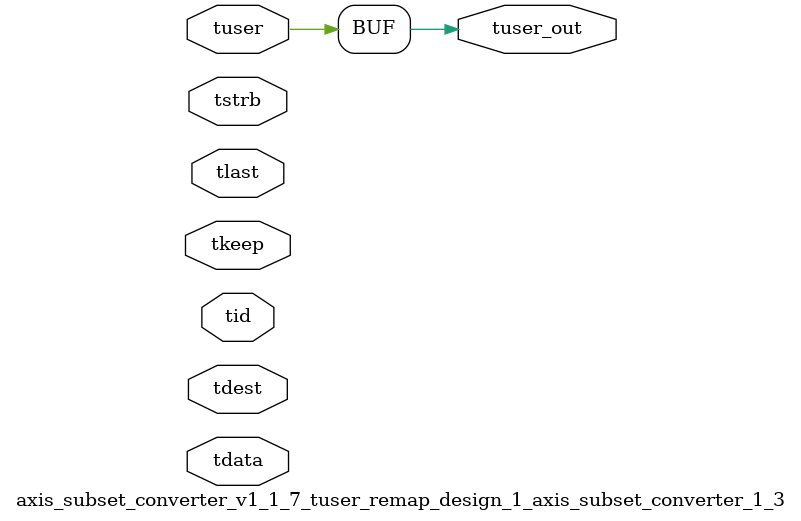
<source format=v>


`timescale 1ps/1ps

module axis_subset_converter_v1_1_7_tuser_remap_design_1_axis_subset_converter_1_3 #
(
parameter C_S_AXIS_TUSER_WIDTH = 1,
parameter C_S_AXIS_TDATA_WIDTH = 32,
parameter C_S_AXIS_TID_WIDTH   = 0,
parameter C_S_AXIS_TDEST_WIDTH = 0,
parameter C_M_AXIS_TUSER_WIDTH = 1
)
(
input  [(C_S_AXIS_TUSER_WIDTH == 0 ? 1 : C_S_AXIS_TUSER_WIDTH)-1:0     ] tuser,
input  [(C_S_AXIS_TDATA_WIDTH == 0 ? 1 : C_S_AXIS_TDATA_WIDTH)-1:0     ] tdata,
input  [(C_S_AXIS_TID_WIDTH   == 0 ? 1 : C_S_AXIS_TID_WIDTH)-1:0       ] tid,
input  [(C_S_AXIS_TDEST_WIDTH == 0 ? 1 : C_S_AXIS_TDEST_WIDTH)-1:0     ] tdest,
input  [(C_S_AXIS_TDATA_WIDTH/8)-1:0 ] tkeep,
input  [(C_S_AXIS_TDATA_WIDTH/8)-1:0 ] tstrb,
input                                                                    tlast,
output [C_M_AXIS_TUSER_WIDTH-1:0] tuser_out
);

assign tuser_out = {tuser[0:0]};

endmodule


</source>
